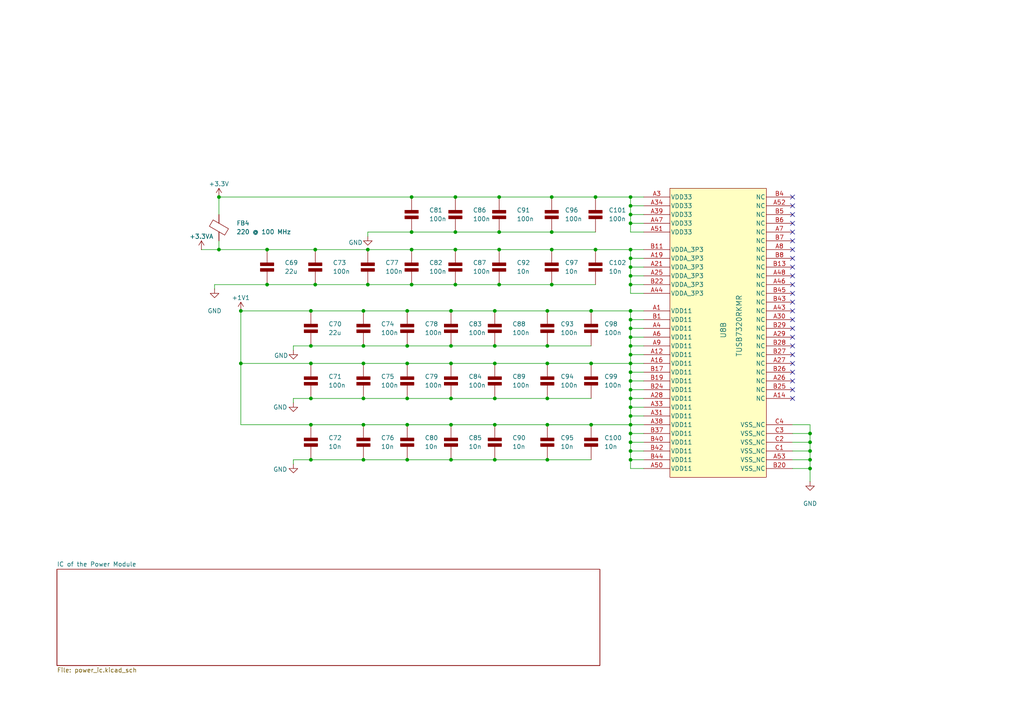
<source format=kicad_sch>
(kicad_sch (version 20250114) (generator "eeschema") (generator_version "9.0")
  (paper "A4")
  (lib_symbols
    (symbol "Device:FerriteBead" (pin_numbers (hide yes)) (pin_names (offset 0))
      (property "Reference" "FB" (at -3.81 0.635 90))
      (property "Value" "FerriteBead" (at 3.81 0 90))
      (symbol "FerriteBead_0_1"
        (polyline (pts (xy -2.7686 0.4064) (xy -1.7018 2.2606) (xy 2.7686 -0.3048) (xy 1.6764 -2.159) (xy -2.7686 0.4064)))
        (polyline (pts (xy 0 1.27) (xy 0 1.2954)))
        (polyline (pts (xy 0 -1.27) (xy 0 -1.2192)))
      )
      (symbol "FerriteBead_1_1"
        (pin passive line (at 0 3.81 270) (length 2.54) (name "~") (number "1"))
        (pin passive line (at 0 -3.81 90) (length 2.54) (name "~") (number "2"))
      )
    )
    (symbol "PCM_4ms_Power-symbol:+3.3V" (power) (pin_names (offset 0))
      (property "Value" "+3.3V" (at 0 3.556 0))
      (symbol "+3.3V_0_1"
        (polyline (pts (xy -0.762 1.27) (xy 0 2.54)))
        (polyline (pts (xy 0 2.54) (xy 0.762 1.27)))
        (polyline (pts (xy 0 0) (xy 0 2.54)))
      )
      (symbol "+3.3V_1_1"
        (pin power_in line (at 0 0 90) (length 0) (hide yes) (name "+3V3") (number "1"))
      )
    )
    (symbol "PCM_Elektuur:C" (pin_numbers (hide yes)) (pin_names (offset 0) (hide yes))
      (property "Reference" "C" (at 0.635 3.175 0))
      (property "Value" "C" (at 0.635 -3.175 0))
      (symbol "C_1_1"
        (rectangle (start -1.905 1.1938) (end 1.905 0.4318) (stroke (width 0.254)) (fill (type outline)))
        (rectangle (start -1.905 -0.4318) (end 1.905 -1.1938) (stroke (width 0.254)) (fill (type outline)))
        (pin passive line (at 0 5.08 270) (length 3.8862) (name "+") (number "1"))
        (pin passive line (at 0 -5.08 90) (length 3.8862) (name "-") (number "2"))
      )
      (symbol "C_1_2"
        (polyline (pts (xy -1.905 0.4318) (xy 1.905 0.4318) (xy 1.905 1.4986) (xy -1.905 1.4986) (xy -1.905 0.4318) (xy -1.8034 0.5334) (xy -1.8034 1.397) (xy 1.8034 1.397) (xy 1.8034 0.5334) (xy -1.8034 0.5334) (xy -1.905 0.4318)) (stroke (width 0.254)) (fill (type outline)))
        (polyline (pts (xy -1.905 -1.4986) (xy 1.905 -1.4986) (xy 1.905 -0.4318) (xy -1.905 -0.4318) (xy -1.905 -1.4986) (xy -1.8034 -1.397) (xy -1.8034 -0.5334) (xy 1.8034 -0.5334) (xy 1.8034 -1.397) (xy -1.8034 -1.397) (xy -1.905 -1.4986)) (stroke (width 0.254)) (fill (type outline)))
        (pin passive line (at 0 5.08 270) (length 3.5814) (name "+") (number "1"))
        (pin passive line (at 0 -5.08 90) (length 3.5814) (name "-") (number "2"))
      )
    )
    (symbol "TUSB7320RKMR_1" (pin_names (offset 0.254))
      (property "Reference" "U4" (at 68.58 19.05 0))
      (property "Value" "TUSB7320RKMR" (at 68.58 16.51 0))
      (symbol "TUSB7320RKMR_1_1_1"
        (rectangle (start 40.64 15.24) (end 96.52 -63.5) (fill (type background)))
        (pin unspecified line (at 33.02 10.16 0) (length 7.62) (name "GPIO[3]") (number "B48"))
        (pin unspecified line (at 33.02 7.62 0) (length 7.62) (name "GPIO[2]") (number "B47"))
        (pin unspecified line (at 33.02 5.08 0) (length 7.62) (name "GPIO[1]") (number "B46"))
        (pin unspecified line (at 33.02 2.54 0) (length 7.62) (name "GPIO[0]") (number "A49"))
        (pin unspecified line (at 33.02 -2.54 0) (length 7.62) (name "PCIE_REFCLKN") (number "B41"))
        (pin unspecified line (at 33.02 -5.08 0) (length 7.62) (name "PCIE_REFCLKP") (number "A45"))
        (pin unspecified line (at 33.02 -10.16 0) (length 7.62) (name "PCIE_RXN") (number "A42"))
        (pin unspecified line (at 33.02 -12.7 0) (length 7.62) (name "PCIE_RXP") (number "B39"))
        (pin unspecified line (at 33.02 -17.78 0) (length 7.62) (name "PCIE_TXN") (number "A41"))
        (pin unspecified line (at 33.02 -20.32 0) (length 7.62) (name "PCIE_TXP") (number "B38"))
        (pin unspecified line (at 33.02 -25.4 0) (length 7.62) (name "*PERST") (number "A40"))
        (pin unspecified line (at 33.02 -27.94 0) (length 7.62) (name "*GRST") (number "A15"))
        (pin unspecified line (at 33.02 -30.48 0) (length 7.62) (name "*WAKE") (number "B35"))
        (pin unspecified line (at 33.02 -33.02 0) (length 7.62) (name "*CLKREQ") (number "B36"))
        (pin unspecified line (at 33.02 -35.56 0) (length 7.62) (name "SMI") (number "B3"))
        (pin unspecified line (at 33.02 -40.64 0) (length 7.62) (name "R1EXTRTN") (number "B23"))
        (pin unspecified line (at 33.02 -43.18 0) (length 7.62) (name "R1EXT") (number "A24"))
        (pin unspecified line (at 33.02 -45.72 0) (length 7.62) (name "FREQSEL") (number "B14"))
        (pin unspecified line (at 33.02 -50.8 0) (length 7.62) (name "XO") (number "A22"))
        (pin unspecified line (at 33.02 -53.34 0) (length 7.62) (name "XI") (number "A23"))
        (pin unspecified line (at 33.02 -55.88 0) (length 7.62) (name "VSS_OSC") (number "B21"))
        (pin unspecified line (at 55.88 22.86 270) (length 7.62) (name "AUX_DET") (number "A52"))
        (pin unspecified line (at 60.96 -71.12 90) (length 7.62) (name "*JTAG_RST") (number "B32"))
        (pin unspecified line (at 63.5 -71.12 90) (length 7.62) (name "JTAG_TMS") (number "B30"))
        (pin unspecified line (at 66.04 22.86 270) (length 7.62) (name "*OVERCUR1") (number "A36"))
        (pin unspecified line (at 66.04 -71.12 90) (length 7.62) (name "JTAG_TDO") (number "B31"))
        (pin unspecified line (at 68.58 22.86 270) (length 7.62) (name "*PWRON1") (number "B33"))
        (pin unspecified line (at 68.58 -71.12 90) (length 7.62) (name "JTAG_TDI") (number "A35"))
        (pin unspecified line (at 71.12 -71.12 90) (length 7.62) (name "JTAG_TCK") (number "A32"))
        (pin unspecified line (at 73.66 -71.12 90) (length 7.62) (name "SDA") (number "A2"))
        (pin unspecified line (at 76.2 22.86 270) (length 7.62) (name "*OVERCUR2") (number "A37"))
        (pin unspecified line (at 76.2 -71.12 90) (length 7.62) (name "SCL") (number "B2"))
        (pin unspecified line (at 78.74 22.86 270) (length 7.62) (name "*PWRON2") (number "B34"))
        (pin unspecified line (at 104.14 -5.08 180) (length 7.62) (name "USB_DM_DN1") (number "B18"))
        (pin unspecified line (at 104.14 -7.62 180) (length 7.62) (name "USB_DP_DN1") (number "A20"))
        (pin unspecified line (at 104.14 -12.7 180) (length 7.62) (name "USB_SSRXN_DN1") (number "A18"))
        (pin unspecified line (at 104.14 -15.24 180) (length 7.62) (name "USB_SSRXP_DN1") (number "B16"))
        (pin unspecified line (at 104.14 -20.32 180) (length 7.62) (name "USB_SSTXN_DN1") (number "B15"))
        (pin unspecified line (at 104.14 -22.86 180) (length 7.62) (name "USB_SSTXP_DN1") (number "A17"))
        (pin unspecified line (at 104.14 -38.1 180) (length 7.62) (name "USB_DM_DN2") (number "A13"))
        (pin unspecified line (at 104.14 -40.64 180) (length 7.62) (name "USB_DP_DN2") (number "B12"))
        (pin unspecified line (at 104.14 -45.72 180) (length 7.62) (name "USB_SSRXN_DN2") (number "A10"))
        (pin unspecified line (at 104.14 -48.26 180) (length 7.62) (name "USB_SSRXP_DN2") (number "B9"))
        (pin unspecified line (at 104.14 -53.34 180) (length 7.62) (name "USB_SSTXN_DN2") (number "B10"))
        (pin unspecified line (at 104.14 -55.88 180) (length 7.62) (name "USB_SSTXP_DN2") (number "A11"))
      )
      (symbol "TUSB7320RKMR_1_2_1"
        (rectangle (start 7.62 5.08) (end 35.56 -78.74) (fill (type background)))
        (pin unspecified line (at 0 2.54 0) (length 7.62) (name "VDD33") (number "A3"))
        (pin unspecified line (at 0 0 0) (length 7.62) (name "VDD33") (number "A34"))
        (pin unspecified line (at 0 -2.54 0) (length 7.62) (name "VDD33") (number "A39"))
        (pin unspecified line (at 0 -5.08 0) (length 7.62) (name "VDD33") (number "A47"))
        (pin unspecified line (at 0 -7.62 0) (length 7.62) (name "VDD33") (number "A51"))
        (pin unspecified line (at 0 -12.7 0) (length 7.62) (name "VDDA_3P3") (number "B11"))
        (pin unspecified line (at 0 -15.24 0) (length 7.62) (name "VDDA_3P3") (number "A19"))
        (pin unspecified line (at 0 -17.78 0) (length 7.62) (name "VDDA_3P3") (number "A21"))
        (pin unspecified line (at 0 -20.32 0) (length 7.62) (name "VDDA_3P3") (number "A25"))
        (pin unspecified line (at 0 -22.86 0) (length 7.62) (name "VDDA_3P3") (number "B22"))
        (pin unspecified line (at 0 -25.4 0) (length 7.62) (name "VDDA_3P3") (number "A44"))
        (pin unspecified line (at 0 -30.48 0) (length 7.62) (name "VDD11") (number "A1"))
        (pin unspecified line (at 0 -33.02 0) (length 7.62) (name "VDD11") (number "B1"))
        (pin unspecified line (at 0 -35.56 0) (length 7.62) (name "VDD11") (number "A4"))
        (pin unspecified line (at 0 -38.1 0) (length 7.62) (name "VDD11") (number "A6"))
        (pin unspecified line (at 0 -40.64 0) (length 7.62) (name "VDD11") (number "A9"))
        (pin unspecified line (at 0 -43.18 0) (length 7.62) (name "VDD11") (number "A12"))
        (pin unspecified line (at 0 -45.72 0) (length 7.62) (name "VDD11") (number "A16"))
        (pin unspecified line (at 0 -48.26 0) (length 7.62) (name "VDD11") (number "B17"))
        (pin unspecified line (at 0 -50.8 0) (length 7.62) (name "VDD11") (number "B19"))
        (pin unspecified line (at 0 -53.34 0) (length 7.62) (name "VDD11") (number "B24"))
        (pin unspecified line (at 0 -55.88 0) (length 7.62) (name "VDD11") (number "A28"))
        (pin unspecified line (at 0 -58.42 0) (length 7.62) (name "VDD11") (number "A33"))
        (pin unspecified line (at 0 -60.96 0) (length 7.62) (name "VDD11") (number "A31"))
        (pin unspecified line (at 0 -63.5 0) (length 7.62) (name "VDD11") (number "A38"))
        (pin unspecified line (at 0 -66.04 0) (length 7.62) (name "VDD11") (number "B37"))
        (pin unspecified line (at 0 -68.58 0) (length 7.62) (name "VDD11") (number "B40"))
        (pin unspecified line (at 0 -71.12 0) (length 7.62) (name "VDD11") (number "B42"))
        (pin unspecified line (at 0 -73.66 0) (length 7.62) (name "VDD11") (number "B44"))
        (pin unspecified line (at 0 -76.2 0) (length 7.62) (name "VDD11") (number "A50"))
        (pin unspecified line (at 43.18 2.54 180) (length 7.62) (name "NC") (number "B4"))
        (pin unspecified line (at 43.18 0 180) (length 7.62) (name "NC") (number "A52"))
        (pin unspecified line (at 43.18 -2.54 180) (length 7.62) (name "NC") (number "B5"))
        (pin unspecified line (at 43.18 -5.08 180) (length 7.62) (name "NC") (number "B6"))
        (pin unspecified line (at 43.18 -7.62 180) (length 7.62) (name "NC") (number "A7"))
        (pin unspecified line (at 43.18 -10.16 180) (length 7.62) (name "NC") (number "B7"))
        (pin unspecified line (at 43.18 -12.7 180) (length 7.62) (name "NC") (number "A8"))
        (pin unspecified line (at 43.18 -15.24 180) (length 7.62) (name "NC") (number "B8"))
        (pin unspecified line (at 43.18 -17.78 180) (length 7.62) (name "NC") (number "B13"))
        (pin unspecified line (at 43.18 -20.32 180) (length 7.62) (name "NC") (number "A48"))
        (pin unspecified line (at 43.18 -22.86 180) (length 7.62) (name "NC") (number "A46"))
        (pin unspecified line (at 43.18 -25.4 180) (length 7.62) (name "NC") (number "B45"))
        (pin unspecified line (at 43.18 -27.94 180) (length 7.62) (name "NC") (number "B43"))
        (pin unspecified line (at 43.18 -30.48 180) (length 7.62) (name "NC") (number "A43"))
        (pin unspecified line (at 43.18 -33.02 180) (length 7.62) (name "NC") (number "A30"))
        (pin unspecified line (at 43.18 -35.56 180) (length 7.62) (name "NC") (number "B29"))
        (pin unspecified line (at 43.18 -38.1 180) (length 7.62) (name "NC") (number "A29"))
        (pin unspecified line (at 43.18 -40.64 180) (length 7.62) (name "NC") (number "B28"))
        (pin unspecified line (at 43.18 -43.18 180) (length 7.62) (name "NC") (number "B27"))
        (pin unspecified line (at 43.18 -45.72 180) (length 7.62) (name "NC") (number "A27"))
        (pin unspecified line (at 43.18 -48.26 180) (length 7.62) (name "NC") (number "B26"))
        (pin unspecified line (at 43.18 -50.8 180) (length 7.62) (name "NC") (number "A26"))
        (pin unspecified line (at 43.18 -53.34 180) (length 7.62) (name "NC") (number "B25"))
        (pin unspecified line (at 43.18 -55.88 180) (length 7.62) (name "NC") (number "A14"))
        (pin unspecified line (at 43.18 -63.5 180) (length 7.62) (name "VSS_NC") (number "C4"))
        (pin unspecified line (at 43.18 -66.04 180) (length 7.62) (name "VSS_NC") (number "C3"))
        (pin unspecified line (at 43.18 -68.58 180) (length 7.62) (name "VSS_NC") (number "C2"))
        (pin unspecified line (at 43.18 -71.12 180) (length 7.62) (name "VSS_NC") (number "C1"))
        (pin unspecified line (at 43.18 -73.66 180) (length 7.62) (name "VSS_NC") (number "A53"))
        (pin unspecified line (at 43.18 -76.2 180) (length 7.62) (name "VSS_NC") (number "B20"))
      )
    )
    (symbol "power:+1V1" (power) (pin_numbers (hide yes)) (pin_names (offset 0) (hide yes))
      (property "Value" "+1V1" (at 0 3.556 0))
      (symbol "+1V1_0_1"
        (polyline (pts (xy -0.762 1.27) (xy 0 2.54)))
        (polyline (pts (xy 0 2.54) (xy 0.762 1.27)))
        (polyline (pts (xy 0 0) (xy 0 2.54)))
      )
      (symbol "+1V1_1_1"
        (pin power_in line (at 0 0 90) (length 0) (name "~") (number "1"))
      )
    )
    (symbol "power:+3.3VA" (power) (pin_numbers (hide yes)) (pin_names (offset 0) (hide yes))
      (property "Value" "+3.3VA" (at 0 3.556 0))
      (symbol "+3.3VA_0_1"
        (polyline (pts (xy -0.762 1.27) (xy 0 2.54)))
        (polyline (pts (xy 0 2.54) (xy 0.762 1.27)))
        (polyline (pts (xy 0 0) (xy 0 2.54)))
      )
      (symbol "+3.3VA_1_1"
        (pin power_in line (at 0 0 90) (length 0) (name "~") (number "1"))
      )
    )
    (symbol "power:GND" (power) (pin_numbers (hide yes)) (pin_names (offset 0) (hide yes))
      (property "Value" "GND" (at 0 -3.81 0))
      (symbol "GND_0_1"
        (polyline (pts (xy 0 0) (xy 0 -1.27) (xy 1.27 -1.27) (xy 0 -2.54) (xy -1.27 -1.27) (xy 0 -1.27)))
      )
      (symbol "GND_1_1"
        (pin power_in line (at 0 0 270) (length 0) (name "~") (number "1"))
      )
    )
  )
  (junction (at 130.81 90.17))
  (junction (at 171.45 123.19))
  (junction (at 182.88 74.93))
  (junction (at 90.17 123.19))
  (junction (at 182.88 118.11))
  (junction (at 130.81 105.41))
  (junction (at 143.51 123.19))
  (junction (at 182.88 130.81))
  (junction (at 106.68 82.55))
  (junction (at 160.02 57.15))
  (junction (at 182.88 125.73))
  (junction (at 106.68 72.39))
  (junction (at 182.88 59.69))
  (junction (at 182.88 90.17))
  (junction (at 182.88 120.65))
  (junction (at 182.88 57.15))
  (junction (at 182.88 100.33))
  (junction (at 119.38 72.39))
  (junction (at 105.41 123.19))
  (junction (at 144.78 67.31))
  (junction (at 158.75 105.41))
  (junction (at 144.78 82.55))
  (junction (at 182.88 123.19))
  (junction (at 132.08 72.39))
  (junction (at 182.88 115.57))
  (junction (at 158.75 123.19))
  (junction (at 119.38 67.31))
  (junction (at 105.41 90.17))
  (junction (at 90.17 105.41))
  (junction (at 182.88 133.35))
  (junction (at 182.88 62.23))
  (junction (at 132.08 82.55))
  (junction (at 182.88 77.47))
  (junction (at 171.45 90.17))
  (junction (at 172.72 72.39))
  (junction (at 130.81 100.33))
  (junction (at 105.41 115.57))
  (junction (at 69.85 105.41))
  (junction (at 69.85 90.17))
  (junction (at 119.38 57.15))
  (junction (at 182.88 64.77))
  (junction (at 234.95 128.27))
  (junction (at 77.47 82.55))
  (junction (at 234.95 135.89))
  (junction (at 118.11 90.17))
  (junction (at 118.11 133.35))
  (junction (at 63.5 57.15))
  (junction (at 132.08 57.15))
  (junction (at 130.81 133.35))
  (junction (at 118.11 105.41))
  (junction (at 144.78 72.39))
  (junction (at 144.78 57.15))
  (junction (at 119.38 82.55))
  (junction (at 171.45 105.41))
  (junction (at 132.08 67.31))
  (junction (at 91.44 82.55))
  (junction (at 158.75 115.57))
  (junction (at 182.88 92.71))
  (junction (at 118.11 100.33))
  (junction (at 77.47 72.39))
  (junction (at 105.41 105.41))
  (junction (at 234.95 130.81))
  (junction (at 160.02 72.39))
  (junction (at 172.72 57.15))
  (junction (at 143.51 90.17))
  (junction (at 182.88 107.95))
  (junction (at 160.02 67.31))
  (junction (at 182.88 113.03))
  (junction (at 158.75 133.35))
  (junction (at 105.41 100.33))
  (junction (at 91.44 72.39))
  (junction (at 118.11 123.19))
  (junction (at 182.88 72.39))
  (junction (at 143.51 105.41))
  (junction (at 158.75 90.17))
  (junction (at 90.17 115.57))
  (junction (at 182.88 82.55))
  (junction (at 182.88 102.87))
  (junction (at 182.88 128.27))
  (junction (at 143.51 133.35))
  (junction (at 182.88 105.41))
  (junction (at 234.95 133.35))
  (junction (at 158.75 100.33))
  (junction (at 90.17 133.35))
  (junction (at 63.5 72.39))
  (junction (at 160.02 82.55))
  (junction (at 143.51 100.33))
  (junction (at 182.88 110.49))
  (junction (at 105.41 133.35))
  (junction (at 130.81 115.57))
  (junction (at 90.17 100.33))
  (junction (at 182.88 80.01))
  (junction (at 130.81 123.19))
  (junction (at 143.51 115.57))
  (junction (at 182.88 97.79))
  (junction (at 118.11 115.57))
  (junction (at 182.88 95.25))
  (junction (at 90.17 90.17))
  (junction (at 234.95 125.73))
  (no_connect (at 229.87 107.95))
  (no_connect (at 229.87 90.17))
  (no_connect (at 229.87 92.71))
  (no_connect (at 229.87 100.33))
  (no_connect (at 229.87 87.63))
  (no_connect (at 229.87 64.77))
  (no_connect (at 229.87 62.23))
  (no_connect (at 229.87 105.41))
  (no_connect (at 229.87 74.93))
  (no_connect (at 229.87 113.03))
  (no_connect (at 229.87 57.15))
  (no_connect (at 229.87 95.25))
  (no_connect (at 229.87 80.01))
  (no_connect (at 229.87 115.57))
  (no_connect (at 229.87 97.79))
  (no_connect (at 229.87 69.85))
  (no_connect (at 229.87 77.47))
  (no_connect (at 229.87 82.55))
  (no_connect (at 229.87 72.39))
  (no_connect (at 229.87 67.31))
  (no_connect (at 229.87 110.49))
  (no_connect (at 229.87 59.69))
  (no_connect (at 229.87 102.87))
  (no_connect (at 229.87 85.09))
  (wire (pts (xy 105.41 105.41) (xy 118.11 105.41)))
  (wire (pts (xy 143.51 123.19) (xy 158.75 123.19)))
  (wire (pts (xy 90.17 115.57) (xy 105.41 115.57)))
  (wire (pts (xy 85.09 133.35) (xy 90.17 133.35)))
  (wire (pts (xy 234.95 135.89) (xy 234.95 139.7)))
  (wire (pts (xy 130.81 100.33) (xy 143.51 100.33)))
  (wire (pts (xy 85.09 115.57) (xy 85.09 116.84)))
  (wire (pts (xy 182.88 125.73) (xy 186.69 125.73)))
  (wire (pts (xy 106.68 67.31) (xy 119.38 67.31)))
  (wire (pts (xy 182.88 110.49) (xy 182.88 113.03)))
  (wire (pts (xy 105.41 90.17) (xy 118.11 90.17)))
  (wire (pts (xy 182.88 120.65) (xy 186.69 120.65)))
  (wire (pts (xy 234.95 123.19) (xy 234.95 125.73)))
  (wire (pts (xy 182.88 62.23) (xy 186.69 62.23)))
  (wire (pts (xy 182.88 74.93) (xy 186.69 74.93)))
  (wire (pts (xy 182.88 82.55) (xy 186.69 82.55)))
  (wire (pts (xy 229.87 130.81) (xy 234.95 130.81)))
  (wire (pts (xy 182.88 67.31) (xy 186.69 67.31)))
  (wire (pts (xy 143.51 90.17) (xy 158.75 90.17)))
  (wire (pts (xy 144.78 82.55) (xy 160.02 82.55)))
  (wire (pts (xy 158.75 133.35) (xy 171.45 133.35)))
  (wire (pts (xy 182.88 82.55) (xy 182.88 85.09)))
  (wire (pts (xy 118.11 123.19) (xy 130.81 123.19)))
  (wire (pts (xy 90.17 123.19) (xy 105.41 123.19)))
  (wire (pts (xy 182.88 80.01) (xy 186.69 80.01)))
  (wire (pts (xy 182.88 80.01) (xy 182.88 82.55)))
  (wire (pts (xy 182.88 123.19) (xy 186.69 123.19)))
  (wire (pts (xy 182.88 102.87) (xy 186.69 102.87)))
  (wire (pts (xy 143.51 105.41) (xy 158.75 105.41)))
  (wire (pts (xy 182.88 133.35) (xy 186.69 133.35)))
  (wire (pts (xy 171.45 123.19) (xy 182.88 123.19)))
  (wire (pts (xy 90.17 133.35) (xy 105.41 133.35)))
  (wire (pts (xy 172.72 72.39) (xy 182.88 72.39)))
  (wire (pts (xy 182.88 130.81) (xy 186.69 130.81)))
  (wire (pts (xy 182.88 128.27) (xy 182.88 130.81)))
  (wire (pts (xy 182.88 95.25) (xy 182.88 97.79)))
  (wire (pts (xy 182.88 90.17) (xy 182.88 92.71)))
  (wire (pts (xy 158.75 90.17) (xy 171.45 90.17)))
  (wire (pts (xy 85.09 133.35) (xy 85.09 134.62)))
  (wire (pts (xy 234.95 130.81) (xy 234.95 133.35)))
  (wire (pts (xy 105.41 133.35) (xy 118.11 133.35)))
  (wire (pts (xy 90.17 90.17) (xy 69.85 90.17)))
  (wire (pts (xy 182.88 130.81) (xy 182.88 133.35)))
  (wire (pts (xy 119.38 67.31) (xy 132.08 67.31)))
  (wire (pts (xy 182.88 77.47) (xy 182.88 80.01)))
  (wire (pts (xy 143.51 133.35) (xy 158.75 133.35)))
  (wire (pts (xy 182.88 64.77) (xy 186.69 64.77)))
  (wire (pts (xy 182.88 102.87) (xy 182.88 105.41)))
  (wire (pts (xy 182.88 105.41) (xy 186.69 105.41)))
  (wire (pts (xy 186.69 90.17) (xy 182.88 90.17)))
  (wire (pts (xy 182.88 97.79) (xy 182.88 100.33)))
  (wire (pts (xy 119.38 57.15) (xy 132.08 57.15)))
  (wire (pts (xy 186.69 72.39) (xy 182.88 72.39)))
  (wire (pts (xy 182.88 113.03) (xy 182.88 115.57)))
  (wire (pts (xy 182.88 62.23) (xy 182.88 64.77)))
  (wire (pts (xy 160.02 72.39) (xy 172.72 72.39)))
  (wire (pts (xy 158.75 100.33) (xy 171.45 100.33)))
  (wire (pts (xy 182.88 59.69) (xy 182.88 62.23)))
  (wire (pts (xy 182.88 115.57) (xy 182.88 118.11)))
  (wire (pts (xy 130.81 90.17) (xy 143.51 90.17)))
  (wire (pts (xy 182.88 64.77) (xy 182.88 67.31)))
  (wire (pts (xy 182.88 118.11) (xy 186.69 118.11)))
  (wire (pts (xy 90.17 105.41) (xy 105.41 105.41)))
  (wire (pts (xy 58.42 72.39) (xy 63.5 72.39)))
  (wire (pts (xy 69.85 90.17) (xy 69.85 105.41)))
  (wire (pts (xy 118.11 115.57) (xy 130.81 115.57)))
  (wire (pts (xy 182.88 95.25) (xy 186.69 95.25)))
  (wire (pts (xy 182.88 77.47) (xy 186.69 77.47)))
  (wire (pts (xy 158.75 105.41) (xy 171.45 105.41)))
  (wire (pts (xy 144.78 72.39) (xy 160.02 72.39)))
  (wire (pts (xy 144.78 57.15) (xy 160.02 57.15)))
  (wire (pts (xy 160.02 82.55) (xy 172.72 82.55)))
  (wire (pts (xy 182.88 85.09) (xy 186.69 85.09)))
  (wire (pts (xy 171.45 105.41) (xy 182.88 105.41)))
  (wire (pts (xy 90.17 100.33) (xy 105.41 100.33)))
  (wire (pts (xy 132.08 57.15) (xy 144.78 57.15)))
  (wire (pts (xy 118.11 100.33) (xy 130.81 100.33)))
  (wire (pts (xy 158.75 115.57) (xy 171.45 115.57)))
  (wire (pts (xy 182.88 115.57) (xy 186.69 115.57)))
  (wire (pts (xy 182.88 110.49) (xy 186.69 110.49)))
  (wire (pts (xy 63.5 72.39) (xy 77.47 72.39)))
  (wire (pts (xy 182.88 133.35) (xy 182.88 135.89)))
  (wire (pts (xy 118.11 105.41) (xy 130.81 105.41)))
  (wire (pts (xy 119.38 82.55) (xy 132.08 82.55)))
  (wire (pts (xy 182.88 105.41) (xy 182.88 107.95)))
  (wire (pts (xy 234.95 125.73) (xy 234.95 128.27)))
  (wire (pts (xy 132.08 72.39) (xy 144.78 72.39)))
  (wire (pts (xy 182.88 57.15) (xy 182.88 59.69)))
  (wire (pts (xy 182.88 128.27) (xy 186.69 128.27)))
  (wire (pts (xy 91.44 82.55) (xy 106.68 82.55)))
  (wire (pts (xy 160.02 67.31) (xy 172.72 67.31)))
  (wire (pts (xy 182.88 118.11) (xy 182.88 120.65)))
  (wire (pts (xy 63.5 62.23) (xy 63.5 57.15)))
  (wire (pts (xy 69.85 105.41) (xy 90.17 105.41)))
  (wire (pts (xy 182.88 72.39) (xy 182.88 74.93)))
  (wire (pts (xy 85.09 100.33) (xy 85.09 101.6)))
  (wire (pts (xy 182.88 113.03) (xy 186.69 113.03)))
  (wire (pts (xy 62.23 82.55) (xy 62.23 83.82)))
  (wire (pts (xy 182.88 59.69) (xy 186.69 59.69)))
  (wire (pts (xy 182.88 100.33) (xy 186.69 100.33)))
  (wire (pts (xy 234.95 128.27) (xy 234.95 130.81)))
  (wire (pts (xy 63.5 69.85) (xy 63.5 72.39)))
  (wire (pts (xy 182.88 57.15) (xy 186.69 57.15)))
  (wire (pts (xy 182.88 123.19) (xy 182.88 125.73)))
  (wire (pts (xy 130.81 133.35) (xy 143.51 133.35)))
  (wire (pts (xy 158.75 123.19) (xy 171.45 123.19)))
  (wire (pts (xy 143.51 100.33) (xy 158.75 100.33)))
  (wire (pts (xy 234.95 133.35) (xy 234.95 135.89)))
  (wire (pts (xy 62.23 82.55) (xy 77.47 82.55)))
  (wire (pts (xy 106.68 67.31) (xy 106.68 68.58)))
  (wire (pts (xy 182.88 125.73) (xy 182.88 128.27)))
  (wire (pts (xy 229.87 128.27) (xy 234.95 128.27)))
  (wire (pts (xy 85.09 115.57) (xy 90.17 115.57)))
  (wire (pts (xy 63.5 57.15) (xy 119.38 57.15)))
  (wire (pts (xy 69.85 105.41) (xy 69.85 123.19)))
  (wire (pts (xy 85.09 100.33) (xy 90.17 100.33)))
  (wire (pts (xy 144.78 67.31) (xy 160.02 67.31)))
  (wire (pts (xy 130.81 115.57) (xy 143.51 115.57)))
  (wire (pts (xy 182.88 92.71) (xy 182.88 95.25)))
  (wire (pts (xy 186.69 107.95) (xy 182.88 107.95)))
  (wire (pts (xy 171.45 90.17) (xy 182.88 90.17)))
  (wire (pts (xy 106.68 72.39) (xy 119.38 72.39)))
  (wire (pts (xy 160.02 57.15) (xy 172.72 57.15)))
  (wire (pts (xy 77.47 72.39) (xy 91.44 72.39)))
  (wire (pts (xy 182.88 97.79) (xy 186.69 97.79)))
  (wire (pts (xy 119.38 72.39) (xy 132.08 72.39)))
  (wire (pts (xy 182.88 107.95) (xy 182.88 110.49)))
  (wire (pts (xy 132.08 82.55) (xy 144.78 82.55)))
  (wire (pts (xy 229.87 133.35) (xy 234.95 133.35)))
  (wire (pts (xy 105.41 100.33) (xy 118.11 100.33)))
  (wire (pts (xy 118.11 90.17) (xy 130.81 90.17)))
  (wire (pts (xy 77.47 82.55) (xy 91.44 82.55)))
  (wire (pts (xy 105.41 123.19) (xy 118.11 123.19)))
  (wire (pts (xy 91.44 72.39) (xy 106.68 72.39)))
  (wire (pts (xy 130.81 123.19) (xy 143.51 123.19)))
  (wire (pts (xy 182.88 100.33) (xy 182.88 102.87)))
  (wire (pts (xy 69.85 123.19) (xy 90.17 123.19)))
  (wire (pts (xy 229.87 135.89) (xy 234.95 135.89)))
  (wire (pts (xy 118.11 133.35) (xy 130.81 133.35)))
  (wire (pts (xy 172.72 57.15) (xy 182.88 57.15)))
  (wire (pts (xy 132.08 67.31) (xy 144.78 67.31)))
  (wire (pts (xy 106.68 82.55) (xy 119.38 82.55)))
  (wire (pts (xy 182.88 74.93) (xy 182.88 77.47)))
  (wire (pts (xy 90.17 90.17) (xy 105.41 90.17)))
  (wire (pts (xy 143.51 115.57) (xy 158.75 115.57)))
  (wire (pts (xy 229.87 123.19) (xy 234.95 123.19)))
  (wire (pts (xy 182.88 135.89) (xy 186.69 135.89)))
  (wire (pts (xy 229.87 125.73) (xy 234.95 125.73)))
  (wire (pts (xy 182.88 92.71) (xy 186.69 92.71)))
  (wire (pts (xy 182.88 120.65) (xy 182.88 123.19)))
  (wire (pts (xy 130.81 105.41) (xy 143.51 105.41)))
  (wire (pts (xy 105.41 115.57) (xy 118.11 115.57)))
  (symbol (lib_id "power:GND") (at 234.95 139.7 0) (unit 1)
    (property "Reference" "#PWR0215" (effects (hide yes)))
    (property "Value" "GND" (at 234.95 146.05 0))
    (property "Description" "Power symbol creates a global label with name \"GND\" , ground" (effects (hide yes)))
  )
  (symbol (lib_id "PCM_Elektuur:C") (at 144.78 62.23 0) (unit 1)
    (property "Reference" "C91" (at 149.86 60.9599 0) (effects (justify left)))
    (property "Value" "100n" (at 149.86 63.4999 0) (effects (justify left)))
    (property "Description" "capacitor, non-polarized/bipolar" (effects (hide yes)))
    (property "Indicator" "+" (effects (hide yes)))
    (property "Rating" "V" (effects (hide yes)))
  )
  (symbol (lib_id "PCM_Elektuur:C") (at 158.75 110.49 0) (unit 1)
    (property "Reference" "C94" (at 162.56 109.2199 0) (effects (justify left)))
    (property "Value" "100n" (at 162.56 111.7599 0) (effects (justify left)))
    (property "Description" "capacitor, non-polarized/bipolar" (effects (hide yes)))
    (property "Indicator" "+" (effects (hide yes)))
    (property "Rating" "V" (effects (hide yes)))
  )
  (symbol (lib_id "PCM_Elektuur:C") (at 171.45 128.27 0) (unit 1)
    (property "Reference" "C100" (at 175.26 126.9999 0) (effects (justify left)))
    (property "Value" "10n" (at 175.26 129.5399 0) (effects (justify left)))
    (property "Description" "capacitor, non-polarized/bipolar" (effects (hide yes)))
    (property "Indicator" "+" (effects (hide yes)))
    (property "Rating" "V" (effects (hide yes)))
  )
  (symbol (lib_id "PCM_Elektuur:C") (at 171.45 95.25 0) (unit 1)
    (property "Reference" "C98" (at 175.26 93.9799 0) (effects (justify left)))
    (property "Value" "100n" (at 175.26 96.5199 0) (effects (justify left)))
    (property "Description" "capacitor, non-polarized/bipolar" (effects (hide yes)))
    (property "Indicator" "+" (effects (hide yes)))
    (property "Rating" "V" (effects (hide yes)))
  )
  (symbol (lib_id "PCM_Elektuur:C") (at 106.68 77.47 0) (unit 1)
    (property "Reference" "C77" (at 111.76 76.1999 0) (effects (justify left)))
    (property "Value" "100n" (at 111.76 78.7399 0) (effects (justify left)))
    (property "Description" "capacitor, non-polarized/bipolar" (effects (hide yes)))
    (property "Indicator" "+" (effects (hide yes)))
    (property "Rating" "V" (effects (hide yes)))
  )
  (symbol (lib_id "power:GND") (at 85.09 116.84 0) (unit 1)
    (property "Reference" "#PWR0212" (effects (hide yes)))
    (property "Value" "GND" (at 81.28 118.11 0))
    (property "Description" "Power symbol creates a global label with name \"GND\" , ground" (effects (hide yes)))
  )
  (symbol (lib_id "PCM_Elektuur:C") (at 158.75 95.25 0) (unit 1)
    (property "Reference" "C93" (at 162.56 93.9799 0) (effects (justify left)))
    (property "Value" "100n" (at 162.56 96.5199 0) (effects (justify left)))
    (property "Description" "capacitor, non-polarized/bipolar" (effects (hide yes)))
    (property "Indicator" "+" (effects (hide yes)))
    (property "Rating" "V" (effects (hide yes)))
  )
  (symbol (lib_id "power:GND") (at 85.09 101.6 0) (unit 1)
    (property "Reference" "#PWR0211" (effects (hide yes)))
    (property "Value" "GND" (at 81.534 103.124 0))
    (property "Description" "Power symbol creates a global label with name \"GND\" , ground" (effects (hide yes)))
  )
  (symbol (lib_id "PCM_Elektuur:C") (at 143.51 95.25 0) (unit 1)
    (property "Reference" "C88" (at 148.59 93.9799 0) (effects (justify left)))
    (property "Value" "100n" (at 148.59 96.5199 0) (effects (justify left)))
    (property "Description" "capacitor, non-polarized/bipolar" (effects (hide yes)))
    (property "Indicator" "+" (effects (hide yes)))
    (property "Rating" "V" (effects (hide yes)))
  )
  (symbol (lib_id "PCM_Elektuur:C") (at 105.41 110.49 0) (unit 1)
    (property "Reference" "C75" (at 110.49 109.2199 0) (effects (justify left)))
    (property "Value" "100n" (at 110.49 111.7599 0) (effects (justify left)))
    (property "Description" "capacitor, non-polarized/bipolar" (effects (hide yes)))
    (property "Indicator" "+" (effects (hide yes)))
    (property "Rating" "V" (effects (hide yes)))
  )
  (symbol (lib_id "PCM_Elektuur:C") (at 90.17 128.27 0) (unit 1)
    (property "Reference" "C72" (at 95.25 126.9999 0) (effects (justify left)))
    (property "Value" "10n" (at 95.25 129.5399 0) (effects (justify left)))
    (property "Description" "capacitor, non-polarized/bipolar" (effects (hide yes)))
    (property "Indicator" "+" (effects (hide yes)))
    (property "Rating" "V" (effects (hide yes)))
  )
  (symbol (lib_id "PCM_Elektuur:C") (at 172.72 77.47 0) (unit 1)
    (property "Reference" "C102" (at 176.53 76.1999 0) (effects (justify left)))
    (property "Value" "10n" (at 176.53 78.7399 0) (effects (justify left)))
    (property "Description" "capacitor, non-polarized/bipolar" (effects (hide yes)))
    (property "Indicator" "+" (effects (hide yes)))
    (property "Rating" "V" (effects (hide yes)))
  )
  (symbol (lib_id "PCM_Elektuur:C") (at 118.11 95.25 0) (unit 1)
    (property "Reference" "C78" (at 123.19 93.9799 0) (effects (justify left)))
    (property "Value" "100n" (at 123.19 96.5199 0) (effects (justify left)))
    (property "Description" "capacitor, non-polarized/bipolar" (effects (hide yes)))
    (property "Indicator" "+" (effects (hide yes)))
    (property "Rating" "V" (effects (hide yes)))
  )
  (symbol (lib_id "PCM_Elektuur:C") (at 118.11 110.49 0) (unit 1)
    (property "Reference" "C79" (at 123.19 109.2199 0) (effects (justify left)))
    (property "Value" "100n" (at 123.19 111.7599 0) (effects (justify left)))
    (property "Description" "capacitor, non-polarized/bipolar" (effects (hide yes)))
    (property "Indicator" "+" (effects (hide yes)))
    (property "Rating" "V" (effects (hide yes)))
  )
  (symbol (lib_id "PCM_Elektuur:C") (at 144.78 77.47 0) (unit 1)
    (property "Reference" "C92" (at 149.86 76.1999 0) (effects (justify left)))
    (property "Value" "10n" (at 149.86 78.7399 0) (effects (justify left)))
    (property "Description" "capacitor, non-polarized/bipolar" (effects (hide yes)))
    (property "Indicator" "+" (effects (hide yes)))
    (property "Rating" "V" (effects (hide yes)))
  )
  (symbol (lib_id "power:+3.3VA") (at 58.42 72.39 0) (unit 1)
    (property "Reference" "#PWR0174" (effects (hide yes)))
    (property "Value" "+3.3VA" (at 58.42 68.58 0))
    (property "Description" "Power symbol creates a global label with name \"+3.3VA\"" (effects (hide yes)))
  )
  (symbol (lib_id "PCM_Elektuur:C") (at 105.41 95.25 0) (unit 1)
    (property "Reference" "C74" (at 110.49 93.9799 0) (effects (justify left)))
    (property "Value" "100n" (at 110.49 96.5199 0) (effects (justify left)))
    (property "Description" "capacitor, non-polarized/bipolar" (effects (hide yes)))
    (property "Indicator" "+" (effects (hide yes)))
    (property "Rating" "V" (effects (hide yes)))
  )
  (symbol (lib_id "PCM_Elektuur:C") (at 77.47 77.47 0) (unit 1)
    (property "Reference" "C69" (at 82.55 76.1999 0) (effects (justify left)))
    (property "Value" "22u" (at 82.55 78.7399 0) (effects (justify left)))
    (property "Description" "capacitor, non-polarized/bipolar" (effects (hide yes)))
    (property "Indicator" "+" (effects (hide yes)))
    (property "Rating" "V" (effects (hide yes)))
  )
  (symbol (lib_id "power:GND") (at 62.23 83.82 0) (unit 1)
    (property "Reference" "#PWR0175" (effects (hide yes)))
    (property "Value" "GND" (at 62.23 90.17 0))
    (property "Description" "Power symbol creates a global label with name \"GND\" , ground" (effects (hide yes)))
  )
  (symbol (lib_id "PCM_Elektuur:C") (at 91.44 77.47 0) (unit 1)
    (property "Reference" "C73" (at 96.52 76.1999 0) (effects (justify left)))
    (property "Value" "100n" (at 96.52 78.7399 0) (effects (justify left)))
    (property "Description" "capacitor, non-polarized/bipolar" (effects (hide yes)))
    (property "Indicator" "+" (effects (hide yes)))
    (property "Rating" "V" (effects (hide yes)))
  )
  (symbol (lib_id "PCM_Elektuur:C") (at 171.45 110.49 0) (unit 1)
    (property "Reference" "C99" (at 175.26 109.2199 0) (effects (justify left)))
    (property "Value" "100n" (at 175.26 111.7599 0) (effects (justify left)))
    (property "Description" "capacitor, non-polarized/bipolar" (effects (hide yes)))
    (property "Indicator" "+" (effects (hide yes)))
    (property "Rating" "V" (effects (hide yes)))
  )
  (symbol (lib_id "PCM_Elektuur:C") (at 130.81 110.49 0) (unit 1)
    (property "Reference" "C84" (at 135.89 109.2199 0) (effects (justify left)))
    (property "Value" "100n" (at 135.89 111.7599 0) (effects (justify left)))
    (property "Description" "capacitor, non-polarized/bipolar" (effects (hide yes)))
    (property "Indicator" "+" (effects (hide yes)))
    (property "Rating" "V" (effects (hide yes)))
  )
  (symbol (lib_id "PCM_Elektuur:C") (at 90.17 95.25 0) (unit 1)
    (property "Reference" "C70" (at 95.25 93.9799 0) (effects (justify left)))
    (property "Value" "22u" (at 95.25 96.5199 0) (effects (justify left)))
    (property "Description" "capacitor, non-polarized/bipolar" (effects (hide yes)))
    (property "Indicator" "+" (effects (hide yes)))
    (property "Rating" "V" (effects (hide yes)))
  )
  (symbol (lib_id "power:GND") (at 85.09 134.62 0) (unit 1)
    (property "Reference" "#PWR0213" (effects (hide yes)))
    (property "Value" "GND" (at 81.28 136.144 0))
    (property "Description" "Power symbol creates a global label with name \"GND\" , ground" (effects (hide yes)))
  )
  (symbol (lib_id "Device:FerriteBead") (at 63.5 66.04 0) (unit 1)
    (property "Reference" "FB4" (at 68.58 64.7191 0) (effects (justify left)))
    (property "Value" "220 @ 100 MHz" (at 68.58 67.2591 0) (effects (justify left)))
    (property "Description" "Ferrite bead" (effects (hide yes)))
  )
  (symbol (lib_id "PCM_Elektuur:C") (at 132.08 62.23 0) (unit 1)
    (property "Reference" "C86" (at 137.16 60.9599 0) (effects (justify left)))
    (property "Value" "100n" (at 137.16 63.4999 0) (effects (justify left)))
    (property "Description" "capacitor, non-polarized/bipolar" (effects (hide yes)))
    (property "Indicator" "+" (effects (hide yes)))
    (property "Rating" "V" (effects (hide yes)))
  )
  (symbol (lib_id "PCM_Elektuur:C") (at 160.02 62.23 0) (unit 1)
    (property "Reference" "C96" (at 163.83 60.9599 0) (effects (justify left)))
    (property "Value" "100n" (at 163.83 63.4999 0) (effects (justify left)))
    (property "Description" "capacitor, non-polarized/bipolar" (effects (hide yes)))
    (property "Indicator" "+" (effects (hide yes)))
    (property "Rating" "V" (effects (hide yes)))
  )
  (symbol (lib_id "power:+1V1") (at 69.85 90.17 0) (unit 1)
    (property "Reference" "#PWR0210" (effects (hide yes)))
    (property "Value" "+1V1" (at 69.85 86.36 0))
    (property "Description" "Power symbol creates a global label with name \"+1V1\"" (effects (hide yes)))
  )
  (symbol (lib_id "PCM_Elektuur:C") (at 118.11 128.27 0) (unit 1)
    (property "Reference" "C80" (at 123.19 126.9999 0) (effects (justify left)))
    (property "Value" "10n" (at 123.19 129.5399 0) (effects (justify left)))
    (property "Description" "capacitor, non-polarized/bipolar" (effects (hide yes)))
    (property "Indicator" "+" (effects (hide yes)))
    (property "Rating" "V" (effects (hide yes)))
  )
  (symbol (lib_id "PCM_Elektuur:C") (at 160.02 77.47 0) (unit 1)
    (property "Reference" "C97" (at 163.83 76.1999 0) (effects (justify left)))
    (property "Value" "10n" (at 163.83 78.7399 0) (effects (justify left)))
    (property "Description" "capacitor, non-polarized/bipolar" (effects (hide yes)))
    (property "Indicator" "+" (effects (hide yes)))
    (property "Rating" "V" (effects (hide yes)))
  )
  (symbol (lib_id "PCM_Elektuur:C") (at 119.38 62.23 0) (unit 1)
    (property "Reference" "C81" (at 124.46 60.9599 0) (effects (justify left)))
    (property "Value" "100n" (at 124.46 63.4999 0) (effects (justify left)))
    (property "Description" "capacitor, non-polarized/bipolar" (effects (hide yes)))
    (property "Indicator" "+" (effects (hide yes)))
    (property "Rating" "V" (effects (hide yes)))
  )
  (symbol (lib_name "TUSB7320RKMR_1") (lib_id "capstone_parts:TUSB7320RKMR") (at 186.69 59.69 0) (unit 2)
    (property "Reference" "U8" (at 209.804 95.758 90) (effects (font (size 1.524 1.524))))
    (property "Value" "TUSB7320RKMR" (at 214.376 94.488 90) (effects (font (size 1.524 1.524))))
    (property "Footprint" "RKM100_5P5X5P5" (effects (hide yes)))
    (property "Datasheet" "https://www.ti.com/lit/gpn/tusb7320" (effects (hide yes)))
  )
  (symbol (lib_id "PCM_Elektuur:C") (at 143.51 110.49 0) (unit 1)
    (property "Reference" "C89" (at 148.59 109.2199 0) (effects (justify left)))
    (property "Value" "100n" (at 148.59 111.7599 0) (effects (justify left)))
    (property "Description" "capacitor, non-polarized/bipolar" (effects (hide yes)))
    (property "Indicator" "+" (effects (hide yes)))
    (property "Rating" "V" (effects (hide yes)))
  )
  (symbol (lib_id "PCM_Elektuur:C") (at 132.08 77.47 0) (unit 1)
    (property "Reference" "C87" (at 137.16 76.1999 0) (effects (justify left)))
    (property "Value" "100n" (at 137.16 78.7399 0) (effects (justify left)))
    (property "Description" "capacitor, non-polarized/bipolar" (effects (hide yes)))
    (property "Indicator" "+" (effects (hide yes)))
    (property "Rating" "V" (effects (hide yes)))
  )
  (symbol (lib_id "PCM_Elektuur:C") (at 130.81 95.25 0) (unit 1)
    (property "Reference" "C83" (at 135.89 93.9799 0) (effects (justify left)))
    (property "Value" "100n" (at 135.89 96.5199 0) (effects (justify left)))
    (property "Description" "capacitor, non-polarized/bipolar" (effects (hide yes)))
    (property "Indicator" "+" (effects (hide yes)))
    (property "Rating" "V" (effects (hide yes)))
  )
  (symbol (lib_id "PCM_Elektuur:C") (at 119.38 77.47 0) (unit 1)
    (property "Reference" "C82" (at 124.46 76.1999 0) (effects (justify left)))
    (property "Value" "100n" (at 124.46 78.7399 0) (effects (justify left)))
    (property "Description" "capacitor, non-polarized/bipolar" (effects (hide yes)))
    (property "Indicator" "+" (effects (hide yes)))
    (property "Rating" "V" (effects (hide yes)))
  )
  (symbol (lib_id "PCM_Elektuur:C") (at 105.41 128.27 0) (unit 1)
    (property "Reference" "C76" (at 110.49 126.9999 0) (effects (justify left)))
    (property "Value" "10n" (at 110.49 129.5399 0) (effects (justify left)))
    (property "Description" "capacitor, non-polarized/bipolar" (effects (hide yes)))
    (property "Indicator" "+" (effects (hide yes)))
    (property "Rating" "V" (effects (hide yes)))
  )
  (symbol (lib_id "PCM_Elektuur:C") (at 172.72 62.23 0) (unit 1)
    (property "Reference" "C101" (at 176.53 60.9599 0) (effects (justify left)))
    (property "Value" "100n" (at 176.53 63.4999 0) (effects (justify left)))
    (property "Description" "capacitor, non-polarized/bipolar" (effects (hide yes)))
    (property "Indicator" "+" (effects (hide yes)))
    (property "Rating" "V" (effects (hide yes)))
  )
  (symbol (lib_id "PCM_Elektuur:C") (at 130.81 128.27 0) (unit 1)
    (property "Reference" "C85" (at 135.89 126.9999 0) (effects (justify left)))
    (property "Value" "10n" (at 135.89 129.5399 0) (effects (justify left)))
    (property "Description" "capacitor, non-polarized/bipolar" (effects (hide yes)))
    (property "Indicator" "+" (effects (hide yes)))
    (property "Rating" "V" (effects (hide yes)))
  )
  (symbol (lib_id "PCM_4ms_Power-symbol:+3.3V") (at 63.5 57.15 0) (unit 1)
    (property "Reference" "#PWR0209" (effects (hide yes)))
    (property "Value" "+3.3V" (at 63.5 53.34 0))
  )
  (symbol (lib_id "PCM_Elektuur:C") (at 143.51 128.27 0) (unit 1)
    (property "Reference" "C90" (at 148.59 126.9999 0) (effects (justify left)))
    (property "Value" "10n" (at 148.59 129.5399 0) (effects (justify left)))
    (property "Description" "capacitor, non-polarized/bipolar" (effects (hide yes)))
    (property "Indicator" "+" (effects (hide yes)))
    (property "Rating" "V" (effects (hide yes)))
  )
  (symbol (lib_id "PCM_Elektuur:C") (at 158.75 128.27 0) (unit 1)
    (property "Reference" "C95" (at 162.56 126.9999 0) (effects (justify left)))
    (property "Value" "10n" (at 162.56 129.5399 0) (effects (justify left)))
    (property "Description" "capacitor, non-polarized/bipolar" (effects (hide yes)))
    (property "Indicator" "+" (effects (hide yes)))
    (property "Rating" "V" (effects (hide yes)))
  )
  (symbol (lib_id "PCM_Elektuur:C") (at 90.17 110.49 0) (unit 1)
    (property "Reference" "C71" (at 95.25 109.2199 0) (effects (justify left)))
    (property "Value" "100n" (at 95.25 111.7599 0) (effects (justify left)))
    (property "Description" "capacitor, non-polarized/bipolar" (effects (hide yes)))
    (property "Indicator" "+" (effects (hide yes)))
    (property "Rating" "V" (effects (hide yes)))
  )
  (symbol (lib_id "power:GND") (at 106.68 68.58 0) (unit 1)
    (property "Reference" "#PWR0214" (effects (hide yes)))
    (property "Value" "GND" (at 103.124 70.358 0))
    (property "Description" "Power symbol creates a global label with name \"GND\" , ground" (effects (hide yes)))
  )
  (sheet (at 16.51 165.1) (size 157.48 27.94) (stroke (width 0.1524))
    (property "Sheetname" "IC of the Power Module" (at 16.51 164.3884 0) (effects (justify left bottom)))
    (property "Sheetfile" "power_ic.kicad_sch" (at 16.51 193.6246 0) (effects (justify left top)))
  )
)
</source>
